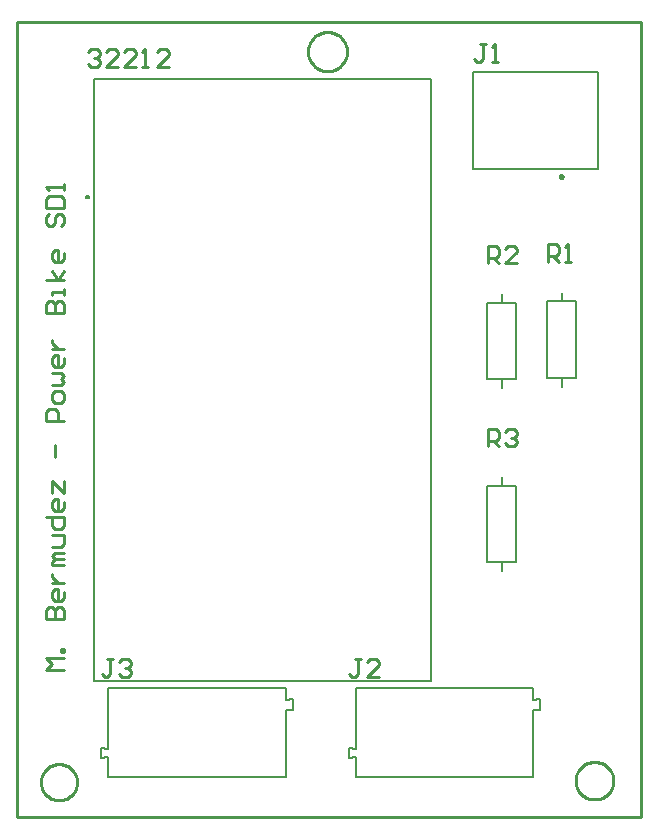
<source format=gto>
%FSDAX23Y23*%
%MOIN*%
%SFA1B1*%

%IPPOS*%
%ADD10C,0.010000*%
%ADD11C,0.009840*%
%ADD12C,0.007870*%
%ADD13C,0.005000*%
%LNenvioesppcb-1*%
%LPD*%
G54D10*
X01200Y02465D02*
D01*
X01200Y02469*
X01199Y02473*
X01198Y02477*
X01197Y02481*
X01196Y02485*
X01195Y02489*
X01193Y02493*
X01191Y02496*
X01188Y02500*
X01186Y02503*
X01183Y02506*
X01180Y02509*
X01177Y02512*
X01173Y02514*
X01170Y02517*
X01166Y02519*
X01162Y02520*
X01158Y02522*
X01154Y02523*
X01150Y02524*
X01146Y02524*
X01142Y02525*
X01137*
X01133Y02524*
X01129Y02524*
X01125Y02523*
X01121Y02522*
X01117Y02520*
X01113Y02519*
X01109Y02517*
X01106Y02514*
X01102Y02512*
X01099Y02509*
X01096Y02506*
X01093Y02503*
X01091Y02500*
X01088Y02496*
X01086Y02493*
X01084Y02489*
X01083Y02485*
X01082Y02481*
X01081Y02477*
X01080Y02473*
X01079Y02469*
X01079Y02465*
X01079Y02460*
X01080Y02456*
X01081Y02452*
X01082Y02448*
X01083Y02444*
X01084Y02440*
X01086Y02436*
X01088Y02433*
X01091Y02429*
X01093Y02426*
X01096Y02423*
X01099Y02420*
X01102Y02417*
X01106Y02415*
X01109Y02412*
X01113Y02410*
X01117Y02409*
X01121Y02407*
X01125Y02406*
X01129Y02405*
X01133Y02405*
X01137Y02404*
X01142*
X01146Y02405*
X01150Y02405*
X01154Y02406*
X01158Y02407*
X01162Y02409*
X01166Y02410*
X01170Y02412*
X01173Y02415*
X01177Y02417*
X01180Y02420*
X01183Y02423*
X01186Y02426*
X01188Y02429*
X01191Y02433*
X01193Y02436*
X01195Y02440*
X01196Y02444*
X01197Y02448*
X01198Y02452*
X01199Y02456*
X01200Y02460*
X01200Y02465*
X02987Y02470D02*
D01*
X02987Y02474*
X02987Y02478*
X02986Y02483*
X02985Y02487*
X02983Y02491*
X02982Y02495*
X02980Y02499*
X02978Y02503*
X02975Y02506*
X02972Y02510*
X02970Y02513*
X02966Y02516*
X02963Y02519*
X02960Y02521*
X02956Y02524*
X02952Y02526*
X02948Y02528*
X02944Y02529*
X02940Y02530*
X02935Y02531*
X02931Y02532*
X02927Y02532*
X02922*
X02918Y02532*
X02914Y02531*
X02909Y02530*
X02905Y02529*
X02901Y02528*
X02897Y02526*
X02893Y02524*
X02889Y02521*
X02886Y02519*
X02883Y02516*
X02879Y02513*
X02877Y02510*
X02874Y02506*
X02871Y02503*
X02869Y02499*
X02867Y02495*
X02866Y02491*
X02864Y02487*
X02863Y02483*
X02862Y02478*
X02862Y02474*
X02862Y02470*
X02862Y02465*
X02862Y02461*
X02863Y02456*
X02864Y02452*
X02866Y02448*
X02867Y02444*
X02869Y02440*
X02871Y02436*
X02874Y02433*
X02877Y02429*
X02879Y02426*
X02883Y02423*
X02886Y02420*
X02889Y02418*
X02893Y02415*
X02897Y02413*
X02901Y02411*
X02905Y02410*
X02909Y02409*
X02914Y02408*
X02918Y02407*
X02922Y02407*
X02927*
X02931Y02407*
X02935Y02408*
X02940Y02409*
X02944Y02410*
X02948Y02411*
X02952Y02413*
X02956Y02415*
X02960Y02418*
X02963Y02420*
X02966Y02423*
X02970Y02426*
X02972Y02429*
X02975Y02433*
X02978Y02436*
X02980Y02440*
X02982Y02444*
X02983Y02448*
X02985Y02452*
X02986Y02456*
X02987Y02461*
X02987Y02465*
X02987Y02470*
X02100Y04900D02*
D01*
X02100Y04904*
X02099Y04909*
X02098Y04913*
X02097Y04917*
X02096Y04922*
X02094Y04926*
X02092Y04930*
X02090Y04934*
X02087Y04938*
X02084Y04941*
X02081Y04945*
X02078Y04948*
X02075Y04951*
X02071Y04954*
X02067Y04956*
X02063Y04958*
X02059Y04960*
X02055Y04961*
X02050Y04963*
X02046Y04964*
X02041Y04964*
X02037Y04965*
X02032*
X02028Y04964*
X02023Y04964*
X02019Y04963*
X02014Y04961*
X02010Y04960*
X02006Y04958*
X02002Y04956*
X01998Y04954*
X01994Y04951*
X01991Y04948*
X01988Y04945*
X01985Y04941*
X01982Y04938*
X01979Y04934*
X01977Y04930*
X01975Y04926*
X01973Y04922*
X01972Y04917*
X01971Y04913*
X01970Y04909*
X01969Y04904*
X01969Y04900*
X01969Y04895*
X01970Y04890*
X01971Y04886*
X01972Y04882*
X01973Y04877*
X01975Y04873*
X01977Y04869*
X01979Y04865*
X01982Y04861*
X01985Y04858*
X01988Y04854*
X01991Y04851*
X01994Y04848*
X01998Y04845*
X02002Y04843*
X02006Y04841*
X02010Y04839*
X02014Y04838*
X02019Y04836*
X02023Y04835*
X02028Y04835*
X02032Y04834*
X02037*
X02041Y04835*
X02046Y04835*
X02050Y04836*
X02055Y04838*
X02059Y04839*
X02063Y04841*
X02067Y04843*
X02071Y04845*
X02075Y04848*
X02078Y04851*
X02081Y04854*
X02084Y04858*
X02087Y04861*
X02090Y04865*
X02092Y04869*
X02094Y04873*
X02096Y04877*
X02097Y04882*
X02098Y04886*
X02099Y04890*
X02100Y04895*
X02100Y04900*
X01000Y02350D02*
X03080D01*
X01000Y05000D02*
X03080D01*
Y02350D02*
Y05000D01*
X01000Y02350D02*
Y05000D01*
X01155Y02840D02*
X01095D01*
X01115Y02859*
X01095Y02879*
X01155*
Y02899D02*
X01145D01*
Y02909*
X01155*
Y02899*
X01095Y03009D02*
X01155D01*
Y03039*
X01145Y03049*
X01135*
X01125Y03039*
Y03009*
Y03039*
X01115Y03049*
X01105*
X01095Y03039*
Y03009*
X01155Y03099D02*
Y03079D01*
X01145Y03069*
X01125*
X01115Y03079*
Y03099*
X01125Y03109*
X01135*
Y03069*
X01115Y03129D02*
X01155D01*
X01135*
X01125Y03139*
X01115Y03149*
Y03159*
X01155Y03189D02*
X01115D01*
Y03199*
X01125Y03209*
X01155*
X01125*
X01115Y03219*
X01125Y03229*
X01155*
X01115Y03249D02*
X01145D01*
X01155Y03259*
Y03289*
X01115*
X01095Y03349D02*
X01155D01*
Y03319*
X01145Y03309*
X01125*
X01115Y03319*
Y03349*
X01155Y03399D02*
Y03379D01*
X01145Y03369*
X01125*
X01115Y03379*
Y03399*
X01125Y03409*
X01135*
Y03369*
X01115Y03429D02*
Y03469D01*
X01155Y03429*
Y03469*
X01125Y03549D02*
Y03589D01*
X01155Y03669D02*
X01095D01*
Y03699*
X01105Y03709*
X01125*
X01135Y03699*
Y03669*
X01155Y03739D02*
Y03759D01*
X01145Y03769*
X01125*
X01115Y03759*
Y03739*
X01125Y03729*
X01145*
X01155Y03739*
X01115Y03789D02*
X01145D01*
X01155Y03799*
X01145Y03809*
X01155Y03819*
X01145Y03829*
X01115*
X01155Y03879D02*
Y03859D01*
X01145Y03849*
X01125*
X01115Y03859*
Y03879*
X01125Y03889*
X01135*
Y03849*
X01115Y03909D02*
X01155D01*
X01135*
X01125Y03919*
X01115Y03929*
Y03939*
X01095Y04029D02*
X01155D01*
Y04059*
X01145Y04069*
X01135*
X01125Y04059*
Y04029*
Y04059*
X01115Y04069*
X01105*
X01095Y04059*
Y04029*
X01155Y04089D02*
Y04109D01*
Y04099*
X01115*
Y04089*
X01155Y04139D02*
X01095D01*
X01135D02*
X01115Y04169D01*
X01135Y04139D02*
X01155Y04169D01*
Y04229D02*
Y04209D01*
X01145Y04199*
X01125*
X01115Y04209*
Y04229*
X01125Y04239*
X01135*
Y04199*
X01105Y04359D02*
X01095Y04349D01*
Y04329*
X01105Y04319*
X01115*
X01125Y04329*
Y04349*
X01135Y04359*
X01145*
X01155Y04349*
Y04329*
X01145Y04319*
X01095Y04379D02*
X01155D01*
Y04409*
X01145Y04419*
X01105*
X01095Y04409*
Y04379*
X01155Y04439D02*
Y04459D01*
Y04449*
X01095*
X01105Y04439*
X01321Y02875D02*
X01301D01*
X01311*
Y02826*
X01301Y02816*
X01292*
X01282Y02826*
X01341Y02865D02*
X01351Y02875D01*
X01371*
X01381Y02865*
Y02855*
X01371Y02845*
X01361*
X01371*
X01381Y02835*
Y02826*
X01371Y02816*
X01351*
X01341Y02826*
X02562Y04925D02*
X02542D01*
X02552*
Y04876*
X02542Y04866*
X02533*
X02523Y04876*
X02582Y04866D02*
X02602D01*
X02592*
Y04925*
X02582Y04915*
X02768Y04199D02*
Y04258D01*
X02797*
X02807Y04248*
Y04228*
X02797Y04218*
X02768*
X02787D02*
X02807Y04199D01*
X02827D02*
X02847D01*
X02837*
Y04258*
X02827Y04248*
X01237Y04898D02*
X01247Y04908D01*
X01266*
X01276Y04898*
Y04888*
X01266Y04878*
X01256*
X01266*
X01276Y04868*
Y04859*
X01266Y04849*
X01247*
X01237Y04859*
X01336Y04849D02*
X01296D01*
X01336Y04888*
Y04898*
X01326Y04908*
X01306*
X01296Y04898*
X01396Y04849D02*
X01356D01*
X01396Y04888*
Y04898*
X01386Y04908*
X01366*
X01356Y04898*
X01416Y04849D02*
X01436D01*
X01426*
Y04908*
X01416Y04898*
X01506Y04849D02*
X01466D01*
X01506Y04888*
Y04898*
X01496Y04908*
X01476*
X01466Y04898*
X02146Y02875D02*
X02126D01*
X02136*
Y02826*
X02126Y02816*
X02117*
X02107Y02826*
X02206Y02816D02*
X02166D01*
X02206Y02855*
Y02865*
X02196Y02875*
X02176*
X02166Y02865*
X02568Y04194D02*
Y04253D01*
X02597*
X02607Y04243*
Y04223*
X02597Y04213*
X02568*
X02587D02*
X02607Y04194D01*
X02667D02*
X02627D01*
X02667Y04233*
Y04243*
X02657Y04253*
X02637*
X02627Y04243*
X02568Y03584D02*
Y03643D01*
X02597*
X02607Y03633*
Y03613*
X02597Y03603*
X02568*
X02587D02*
X02607Y03584D01*
X02627Y03633D02*
X02637Y03643D01*
X02657*
X02667Y03633*
Y03623*
X02657Y03613*
X02647*
X02657*
X02667Y03603*
Y03594*
X02657Y03584*
X02637*
X02627Y03594*
G54D11*
X02818Y04482D02*
D01*
X02818Y04483*
X02818Y04483*
X02818Y04484*
X02818Y04484*
X02818Y04484*
X02817Y04484*
X02817Y04485*
X02817Y04485*
X02817Y04485*
X02817Y04486*
X02816Y04486*
X02816Y04486*
X02816Y04486*
X02816Y04487*
X02815Y04487*
X02815Y04487*
X02815Y04487*
X02814Y04487*
X02814Y04487*
X02814Y04487*
X02813Y04487*
X02813Y04487*
X02813*
X02812Y04487*
X02812Y04487*
X02812Y04487*
X02811Y04487*
X02811Y04487*
X02811Y04487*
X02810Y04487*
X02810Y04487*
X02810Y04486*
X02810Y04486*
X02809Y04486*
X02809Y04486*
X02809Y04485*
X02809Y04485*
X02809Y04485*
X02808Y04484*
X02808Y04484*
X02808Y04484*
X02808Y04484*
X02808Y04483*
X02808Y04483*
X02808Y04482*
X02808Y04482*
X02808Y04482*
X02808Y04481*
X02808Y04481*
X02808Y04481*
X02808Y04480*
X02809Y04480*
X02809Y04480*
X02809Y04480*
X02809Y04479*
X02809Y04479*
X02810Y04479*
X02810Y04479*
X02810Y04478*
X02810Y04478*
X02811Y04478*
X02811Y04478*
X02811Y04478*
X02812Y04478*
X02812Y04478*
X02812Y04478*
X02813Y04478*
X02813*
X02813Y04478*
X02814Y04478*
X02814Y04478*
X02814Y04478*
X02815Y04478*
X02815Y04478*
X02815Y04478*
X02816Y04478*
X02816Y04479*
X02816Y04479*
X02816Y04479*
X02817Y04479*
X02817Y04480*
X02817Y04480*
X02817Y04480*
X02817Y04480*
X02818Y04481*
X02818Y04481*
X02818Y04481*
X02818Y04482*
X02818Y04482*
X02818Y04482*
G54D12*
X01239Y04415D02*
D01*
X01239Y04416*
X01239Y04416*
X01239Y04416*
X01239Y04416*
X01239Y04417*
X01238Y04417*
X01238Y04417*
X01238Y04417*
X01238Y04418*
X01238Y04418*
X01238Y04418*
X01237Y04418*
X01237Y04418*
X01237Y04419*
X01237Y04419*
X01237Y04419*
X01236Y04419*
X01236Y04419*
X01236Y04419*
X01236Y04419*
X01235Y04419*
X01235Y04419*
X01235*
X01234Y04419*
X01234Y04419*
X01234Y04419*
X01234Y04419*
X01233Y04419*
X01233Y04419*
X01233Y04419*
X01233Y04419*
X01232Y04418*
X01232Y04418*
X01232Y04418*
X01232Y04418*
X01232Y04418*
X01232Y04417*
X01231Y04417*
X01231Y04417*
X01231Y04417*
X01231Y04416*
X01231Y04416*
X01231Y04416*
X01231Y04416*
X01231Y04415*
X01231Y04415*
X01231Y04415*
X01231Y04415*
X01231Y04414*
X01231Y04414*
X01231Y04414*
X01231Y04413*
X01232Y04413*
X01232Y04413*
X01232Y04413*
X01232Y04413*
X01232Y04412*
X01232Y04412*
X01233Y04412*
X01233Y04412*
X01233Y04412*
X01233Y04412*
X01234Y04412*
X01234Y04412*
X01234Y04411*
X01234Y04411*
X01235Y04411*
X01235*
X01235Y04411*
X01236Y04411*
X01236Y04412*
X01236Y04412*
X01236Y04412*
X01237Y04412*
X01237Y04412*
X01237Y04412*
X01237Y04412*
X01237Y04412*
X01238Y04413*
X01238Y04413*
X01238Y04413*
X01238Y04413*
X01238Y04413*
X01238Y04414*
X01239Y04414*
X01239Y04414*
X01239Y04415*
X01239Y04415*
X01239Y04415*
X01239Y04415*
X01304Y02576D02*
Y02777D01*
X01895*
X01304Y02482D02*
Y02549D01*
X01281Y02546D02*
X01304Y02549D01*
X01281Y02579D02*
X01304Y02576D01*
X01281Y02546D02*
Y02579D01*
X01304Y02482D02*
X01895D01*
X01918Y02704D02*
Y02742D01*
X01895Y02740D02*
X01918Y02742D01*
X01895Y02706D02*
X01918Y02704D01*
X01895Y02740D02*
Y02777D01*
Y02482D02*
Y02706D01*
X02935Y04508D02*
Y04831D01*
X02518Y04508D02*
X02935D01*
X02518D02*
Y04831D01*
X02935*
X02815Y04067D02*
Y04096D01*
Y03783D02*
Y03812D01*
X02765D02*
X02864D01*
Y04067*
X02765D02*
X02864D01*
X02765Y03812D02*
Y04067D01*
X02129Y02576D02*
Y02777D01*
X02720*
X02129Y02482D02*
Y02549D01*
X02106Y02546D02*
X02129Y02549D01*
X02106Y02579D02*
X02129Y02576D01*
X02106Y02546D02*
Y02579D01*
X02129Y02482D02*
X02720D01*
X02743Y02704D02*
Y02742D01*
X02720Y02740D02*
X02743Y02742D01*
X02720Y02706D02*
X02743Y02704D01*
X02720Y02740D02*
Y02777D01*
Y02482D02*
Y02706D01*
X02615Y03778D02*
Y03807D01*
Y04062D02*
Y04091D01*
X02565Y04062D02*
X02664D01*
X02565Y03807D02*
Y04062D01*
Y03807D02*
X02664D01*
Y04062*
X02615Y03452D02*
Y03481D01*
Y03168D02*
Y03197D01*
X02565D02*
X02664D01*
Y03452*
X02565D02*
X02664D01*
X02565Y03197D02*
Y03452D01*
G54D13*
X02380Y02802D02*
Y04807D01*
X01257Y02802D02*
X02380D01*
X01257Y04807D02*
X02380D01*
X01257Y02802D02*
Y04807D01*
X01693*
X01957*
X02380*
X01257Y02802D02*
Y04807D01*
X02380Y02802D02*
Y04807D01*
X01257Y02802D02*
X01469D01*
X02165*
X02380*
M02*
</source>
